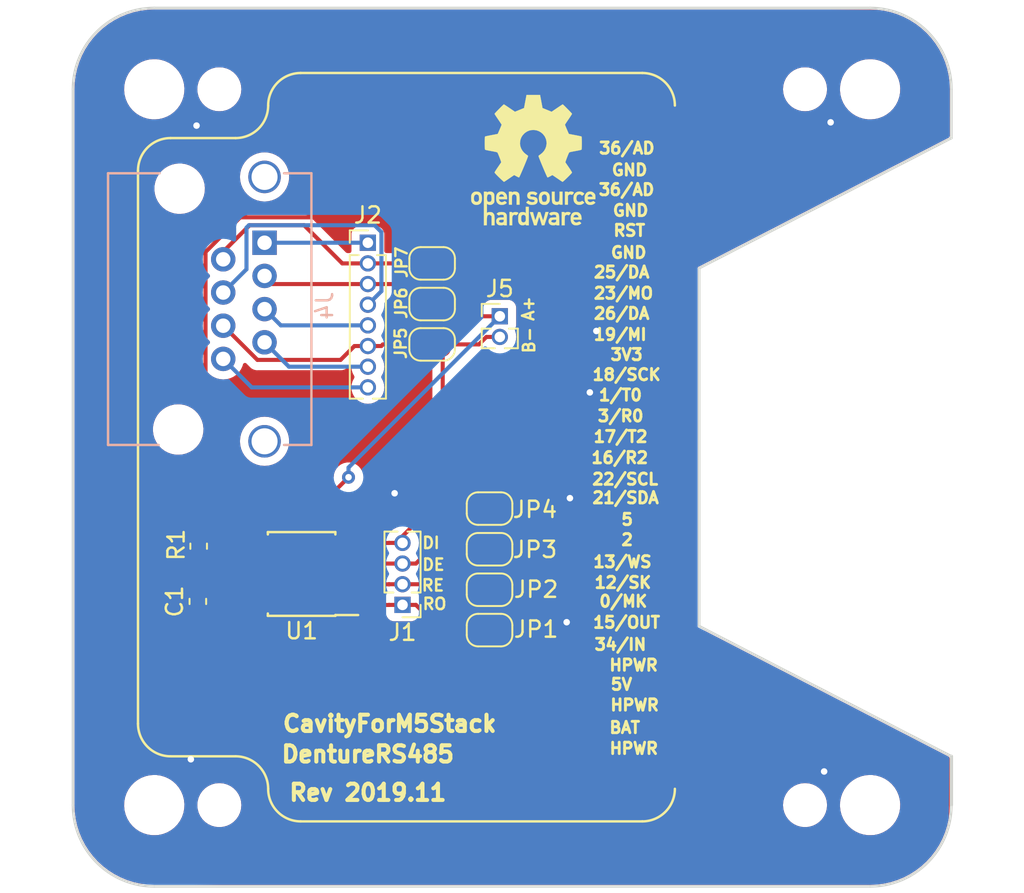
<source format=kicad_pcb>
(kicad_pcb (version 20221018) (generator pcbnew)
  (layers (0 "F.Cu" signal) (31 "B.Cu" signal) (34 "B.Paste" user) (35 "F.Paste" user) (36 "B.SilkS" user "B.Silkscreen") (37 "F.SilkS" user "F.Silkscreen") (38 "B.Mask" user) (39 "F.Mask" user) (44 "Edge.Cuts" user))
  (net 0 "")
  (net 1 "GND")
  (net 2 "+BATT")
  (net 3 "+5V")
  (net 4 "+3V3")
  (net 5 "Net-(J1-Pad1)")
  (net 6 "Net-(J1-Pad2)")
  (net 7 "Net-(J1-Pad3)")
  (net 8 "Net-(J2-Pad1)")
  (net 9 "Net-(J2-Pad2)")
  (net 10 "Net-(J2-Pad3)")
  (net 11 "Net-(J2-Pad4)")
  (net 12 "Net-(J2-Pad5)")
  (net 13 "Net-(J2-Pad6)")
  (net 14 "Net-(J2-Pad7)")
  (net 15 "Net-(J2-Pad8)")
  (net 16 "/35")
  (net 17 "/36")
  (net 18 "/RST")
  (net 19 "/25")
  (net 20 "/23")
  (net 21 "/26")
  (net 22 "/19")
  (net 23 "/18")
  (net 24 "/1")
  (net 25 "/3")
  (net 26 "/17")
  (net 27 "/16")
  (net 28 "/22")
  (net 29 "/21")
  (net 30 "/5")
  (net 31 "/2")
  (net 32 "/13")
  (net 33 "/12")
  (net 34 "/0")
  (net 35 "/15")
  (net 36 "/34")
  (net 37 "/HPWR")
  (net 38 "/A+")
  (net 39 "/B-")
  (net 40 "Net-(J1-Pad4)")
  (footprint "MountingHole:MountingHole_3.2mm_M3" (layer "F.Cu") (at 103 53)
    (fp_text reference "REF1" hide)
    (fp_text value "MountingHole_3.2mm_M3")
    (pad "" np_thru_hole circle (at 0 0) (size 3.2 3.2) (drill 3.2) (layers "*.Cu" "*.Mask"))
  )
  (footprint "MountingHole:MountingHole_3.2mm_M3" (layer "F.Cu") (at 103 97)
    (fp_text reference "REF6" hide)
    (fp_text value "MountingHole_3.2mm_M3")
    (pad "" np_thru_hole circle (at 0 0) (size 3.2 3.2) (drill 3.2) (layers "*.Cu" "*.Mask"))
  )
  (footprint "MountingHole:MountingHole_3.2mm_M3" (layer "F.Cu") (at 147 97)
    (fp_text reference "REF9" hide)
    (fp_text value "MountingHole_3.2mm_M3")
    (pad "" np_thru_hole circle (at 0 0) (size 3.2 3.2) (drill 3.2) (layers "*.Cu" "*.Mask"))
  )
  (footprint "MountingHole:MountingHole_2.2mm_M2" (layer "F.Cu") (at 107 53)
    (fp_text reference "REF2" hide)
    (fp_text value "MountingHole_2.2mm_M2")
    (pad "" np_thru_hole circle (at 0 0) (size 2.2 2.2) (drill 2.2) (layers "*.Cu" "*.Mask"))
  )
  (footprint "MountingHole:MountingHole_3.2mm_M3" (layer "F.Cu") (at 147 53)
    (fp_text reference "REF4" hide)
    (fp_text value "MountingHole_3.2mm_M3")
    (pad "" np_thru_hole circle (at 0 0) (size 3.2 3.2) (drill 3.2) (layers "*.Cu" "*.Mask"))
  )
  (footprint "MountingHole:MountingHole_2.2mm_M2" (layer "F.Cu") (at 143 53)
    (fp_text reference "REF3" hide)
    (fp_text value "MountingHole_2.2mm_M2")
    (pad "" np_thru_hole circle (at 0 0) (size 2.2 2.2) (drill 2.2) (layers "*.Cu" "*.Mask"))
  )
  (footprint "MountingHole:MountingHole_2.2mm_M2" (layer "F.Cu") (at 107 97)
    (fp_text reference "REF7" hide)
    (fp_text value "MountingHole_2.2mm_M2")
    (pad "" np_thru_hole circle (at 0 0) (size 2.2 2.2) (drill 2.2) (layers "*.Cu" "*.Mask"))
  )
  (footprint "MountingHole:MountingHole_2.2mm_M2" (layer "F.Cu") (at 143 97)
    (fp_text reference "REF8" hide)
    (fp_text value "MountingHole_2.2mm_M2")
    (pad "" np_thru_hole circle (at 0 0) (size 2.2 2.2) (drill 2.2) (layers "*.Cu" "*.Mask"))
  )
  (footprint "Symbol:OSHW-Logo_7.5x8mm_SilkScreen" (layer "F.Cu") (at 126.2888 57.3532)
    (fp_text reference "OSHWREF2" hide)
    (fp_text value "OSHW-Logo_7.5x8mm_SilkScreen" hide)
  )
  (footprint "footprints:outer_corner" (layer "F.Cu") (at 150 50)
    (fp_text reference "corner1" hide)
    (fp_text value "outer_corner")
    (fp_arc (start -3 -2) (mid 0.535534 -0.535534) (end 2 3) (stroke (width 0.15)) (layer "Edge.Cuts"))
  )
  (footprint "footprints:outer_corner" (layer "F.Cu") (at 150 100 -90)
    (fp_text reference "corner2" hide)
    (fp_text value "outer_corner")
    (fp_arc (start -3 -2) (mid 0.535534 -0.535534) (end 2 3) (stroke (width 0.15)) (layer "Edge.Cuts"))
  )
  (footprint "footprints:outer_corner" (layer "F.Cu") (at 100 50 90)
    (fp_text reference "corner3" hide)
    (fp_text value "outer_corner")
    (fp_arc (start -3 -2) (mid 0.535534 -0.535534) (end 2 3) (stroke (width 0.15)) (layer "Edge.Cuts"))
  )
  (footprint "footprints:outer_corner" (layer "F.Cu") (at 100 100 180)
    (fp_text reference "corner4" hide)
    (fp_text value "outer_corner")
    (fp_arc (start -3 -2) (mid 0.535534 -0.535534) (end 2 3) (stroke (width 0.15)) (layer "Edge.Cuts"))
  )
  (footprint "Connector_PinHeader_1.27mm:PinHeader_1x08_P1.27mm_Vertical" (layer "F.Cu") (at 116.129 62.4332)
    (fp_text reference "J2" (at 0 -1.695) (layer "F.SilkS"))
    (fp_text value "Conn_01x08")
    (pad "1" thru_hole rect (at 0 0) (size 1 1) (drill 0.65) (layers "*.Cu" "*.Mask") (net 8 "Net-(J2-Pad1)"))
    (pad "2" thru_hole oval (at 0 1.27) (size 1 1) (drill 0.65) (layers "*.Cu" "*.Mask") (net 9 "Net-(J2-Pad2)"))
    (pad "3" thru_hole oval (at 0 2.54) (size 1 1) (drill 0.65) (layers "*.Cu" "*.Mask") (net 10 "Net-(J2-Pad3)"))
    (pad "4" thru_hole oval (at 0 3.81) (size 1 1) (drill 0.65) (layers "*.Cu" "*.Mask") (net 11 "Net-(J2-Pad4)"))
    (pad "5" thru_hole oval (at 0 5.08) (size 1 1) (drill 0.65) (layers "*.Cu" "*.Mask") (net 12 "Net-(J2-Pad5)"))
    (pad "6" thru_hole oval (at 0 6.35) (size 1 1) (drill 0.65) (layers "*.Cu" "*.Mask") (net 13 "Net-(J2-Pad6)"))
    (pad "7" thru_hole oval (at 0 7.62) (size 1 1) (drill 0.65) (layers "*.Cu" "*.Mask") (net 14 "Net-(J2-Pad7)"))
    (pad "8" thru_hole oval (at 0 8.89) (size 1 1) (drill 0.65) (layers "*.Cu" "*.Mask") (net 15 "Net-(J2-Pad8)"))
  )
  (footprint "Package_SO:SOIC-8_3.9x4.9mm_P1.27mm" (layer "F.Cu") (at 112.057 82.7929 180)
    (fp_text reference "U1" (at 0 -3.5) (layer "F.SilkS"))
    (fp_text value "SP3485EN")
    (pad "1" smd rect (at -2.7 -1.905 180) (size 1.55 0.6) (layers "F.Cu" "F.Paste" "F.Mask") (net 5 "Net-(J1-Pad1)"))
    (pad "2" smd rect (at -2.7 -0.635 180) (size 1.55 0.6) (layers "F.Cu" "F.Paste" "F.Mask") (net 6 "Net-(J1-Pad2)"))
    (pad "3" smd rect (at -2.7 0.635 180) (size 1.55 0.6) (layers "F.Cu" "F.Paste" "F.Mask") (net 7 "Net-(J1-Pad3)"))
    (pad "4" smd rect (at -2.7 1.905 180) (size 1.55 0.6) (layers "F.Cu" "F.Paste" "F.Mask") (net 40 "Net-(J1-Pad4)"))
    (pad "5" smd rect (at 2.7 1.905 180) (size 1.55 0.6) (layers "F.Cu" "F.Paste" "F.Mask") (net 1 "GND"))
    (pad "6" smd rect (at 2.7 0.635 180) (size 1.55 0.6) (layers "F.Cu" "F.Paste" "F.Mask") (net 38 "/A+"))
    (pad "7" smd rect (at 2.7 -0.635 180) (size 1.55 0.6) (layers "F.Cu" "F.Paste" "F.Mask") (net 39 "/B-"))
    (pad "8" smd rect (at 2.7 -1.905 180) (size 1.55 0.6) (layers "F.Cu" "F.Paste" "F.Mask") (net 4 "+3V3"))
  )
  (footprint "Capacitor_SMD:C_0603_1608Metric" (layer "F.Cu") (at 105.679 84.4807 90)
    (fp_text reference "C1" (at 0 -1.43 90) (layer "F.SilkS"))
    (fp_text value "0.1uf")
    (pad "1" smd roundrect (at -0.7875 0 90) (size 0.875 0.95) (layers "F.Cu" "F.Paste" "F.Mask") (net 1 "GND"))
    (pad "2" smd roundrect (at 0.7875 0 90) (size 0.875 0.95) (layers "F.Cu" "F.Paste" "F.Mask") (net 4 "+3V3"))
  )
  (footprint "Resistor_SMD:R_0603_1608Metric" (layer "F.Cu") (at 105.729 81.0857 -90)
    (fp_text reference "R1" (at -0.0825 1.38 90) (layer "F.SilkS"))
    (fp_text value "220")
    (pad "1" smd roundrect (at -0.7875 0 270) (size 0.875 0.95) (layers "F.Cu" "F.Paste" "F.Mask") (net 38 "/A+"))
    (pad "2" smd roundrect (at 0.7875 0 270) (size 0.875 0.95) (layers "F.Cu" "F.Paste" "F.Mask") (net 39 "/B-"))
  )
  (footprint "Connector_PinHeader_1.27mm:PinHeader_1x02_P1.27mm_Vertical" (layer "F.Cu") (at 124.239 66.953)
    (fp_text reference "J5" (at 0 -1.695) (layer "F.SilkS"))
    (fp_text value "Conn_01x02")
    (pad "1" thru_hole rect (at 0 0) (size 1 1) (drill 0.65) (layers "*.Cu" "*.Mask") (net 38 "/A+"))
    (pad "2" thru_hole oval (at 0 1.27) (size 1 1) (drill 0.65) (layers "*.Cu" "*.Mask") (net 39 "/B-"))
  )
  (footprint "Connector_PinHeader_1.27mm:PinHeader_1x04_P1.27mm_Vertical" (layer "F.Cu") (at 118.259 84.6932 180)
    (fp_text reference "J1" (at 0 -1.695) (layer "F.SilkS"))
    (fp_text value "Conn_01x04")
    (pad "1" thru_hole rect (at 0 0 180) (size 1 1) (drill 0.65) (layers "*.Cu" "*.Mask") (net 5 "Net-(J1-Pad1)"))
    (pad "2" thru_hole oval (at 0 1.27 180) (size 1 1) (drill 0.65) (layers "*.Cu" "*.Mask") (net 6 "Net-(J1-Pad2)"))
    (pad "3" thru_hole oval (at 0 2.54 180) (size 1 1) (drill 0.65) (layers "*.Cu" "*.Mask") (net 7 "Net-(J1-Pad3)"))
    (pad "4" thru_hole oval (at 0 3.81 180) (size 1 1) (drill 0.65) (layers "*.Cu" "*.Mask") (net 40 "Net-(J1-Pad4)"))
  )
  (footprint "Jumper:SolderJumper-2_P1.3mm_Bridged_RoundedPad1.0x1.5mm" (layer "F.Cu") (at 123.609 86.2432)
    (fp_text reference "JP1" (at 2.86 -0.05) (layer "F.SilkS"))
    (fp_text value "Jumper")
    (pad "1" smd custom (at -0.65 0) (size 1 0.5) (layers "F.Cu" "F.Mask") (net 5 "Net-(J1-Pad1)") (options (clearance outline) (anchor rect)) (primitives (gr_circle (center 0 0.25) (end 0.5 0.25) (width 0) (fill yes)) (gr_circle (center 0 -0.25) (end 0.5 -0.25) (width 0) (fill yes)) (gr_poly (pts (xy 0 -0.75) (xy 0.5 -0.75) (xy 0.5 0.75) (xy 0 0.75)) (width 0) (fill yes)) (gr_poly (pts (xy 0.9 -0.3) (xy 0.4 -0.3) (xy 0.4 0.3) (xy 0.9 0.3)) (width 0) (fill yes))))
    (pad "2" smd custom (at 0.65 0) (size 1 0.5) (layers "F.Cu" "F.Mask") (net 27 "/16") (options (clearance outline) (anchor rect)) (primitives (gr_circle (center 0 0.25) (end 0.5 0.25) (width 0) (fill yes)) (gr_circle (center 0 -0.25) (end 0.5 -0.25) (width 0) (fill yes)) (gr_poly (pts (xy 0 -0.75) (xy -0.5 -0.75) (xy -0.5 0.75) (xy 0 0.75)) (width 0) (fill yes))))
  )
  (footprint "Jumper:SolderJumper-2_P1.3mm_Bridged_RoundedPad1.0x1.5mm" (layer "F.Cu") (at 123.609 83.7632)
    (fp_text reference "JP2" (at 2.86 -0.02) (layer "F.SilkS"))
    (fp_text value "Jumper")
    (pad "1" smd custom (at -0.65 0) (size 1 0.5) (layers "F.Cu" "F.Mask") (net 6 "Net-(J1-Pad2)") (options (clearance outline) (anchor rect)) (primitives (gr_circle (center 0 0.25) (end 0.5 0.25) (width 0) (fill yes)) (gr_circle (center 0 -0.25) (end 0.5 -0.25) (width 0) (fill yes)) (gr_poly (pts (xy 0 -0.75) (xy 0.5 -0.75) (xy 0.5 0.75) (xy 0 0.75)) (width 0) (fill yes)) (gr_poly (pts (xy 0.9 -0.3) (xy 0.4 -0.3) (xy 0.4 0.3) (xy 0.9 0.3)) (width 0) (fill yes))))
    (pad "2" smd custom (at 0.65 0) (size 1 0.5) (layers "F.Cu" "F.Mask") (net 30 "/5") (options (clearance outline) (anchor rect)) (primitives (gr_circle (center 0 0.25) (end 0.5 0.25) (width 0) (fill yes)) (gr_circle (center 0 -0.25) (end 0.5 -0.25) (width 0) (fill yes)) (gr_poly (pts (xy 0 -0.75) (xy -0.5 -0.75) (xy -0.5 0.75) (xy 0 0.75)) (width 0) (fill yes))))
  )
  (footprint "Jumper:SolderJumper-2_P1.3mm_Bridged_RoundedPad1.0x1.5mm" (layer "F.Cu") (at 123.609 81.2732)
    (fp_text reference "JP3" (at 2.79 0.02) (layer "F.SilkS"))
    (fp_text value "Jumper")
    (pad "1" smd custom (at -0.65 0) (size 1 0.5) (layers "F.Cu" "F.Mask") (net 7 "Net-(J1-Pad3)") (options (clearance outline) (anchor rect)) (primitives (gr_circle (center 0 0.25) (end 0.5 0.25) (width 0) (fill yes)) (gr_circle (center 0 -0.25) (end 0.5 -0.25) (width 0) (fill yes)) (gr_poly (pts (xy 0 -0.75) (xy 0.5 -0.75) (xy 0.5 0.75) (xy 0 0.75)) (width 0) (fill yes)) (gr_poly (pts (xy 0.9 -0.3) (xy 0.4 -0.3) (xy 0.4 0.3) (xy 0.9 0.3)) (width 0) (fill yes))))
    (pad "2" smd custom (at 0.65 0) (size 1 0.5) (layers "F.Cu" "F.Mask") (net 30 "/5") (options (clearance outline) (anchor rect)) (primitives (gr_circle (center 0 0.25) (end 0.5 0.25) (width 0) (fill yes)) (gr_circle (center 0 -0.25) (end 0.5 -0.25) (width 0) (fill yes)) (gr_poly (pts (xy 0 -0.75) (xy -0.5 -0.75) (xy -0.5 0.75) (xy 0 0.75)) (width 0) (fill yes))))
  )
  (footprint "Jumper:SolderJumper-2_P1.3mm_Bridged_RoundedPad1.0x1.5mm" (layer "F.Cu") (at 123.609 78.7732)
    (fp_text reference "JP4" (at 2.79 0.06) (layer "F.SilkS"))
    (fp_text value "Jumper")
    (pad "1" smd custom (at -0.65 0) (size 1 0.5) (layers "F.Cu" "F.Mask") (net 40 "Net-(J1-Pad4)") (options (clearance outline) (anchor rect)) (primitives (gr_circle (center 0 0.25) (end 0.5 0.25) (width 0) (fill yes)) (gr_circle (center 0 -0.25) (end 0.5 -0.25) (width 0) (fill yes)) (gr_poly (pts (xy 0 -0.75) (xy 0.5 -0.75) (xy 0.5 0.75) (xy 0 0.75)) (width 0) (fill yes)) (gr_poly (pts (xy 0.9 -0.3) (xy 0.4 -0.3) (xy 0.4 0.3) (xy 0.9 0.3)) (width 0) (fill yes))))
    (pad "2" smd custom (at 0.65 0) (size 1 0.5) (layers "F.Cu" "F.Mask") (net 26 "/17") (options (clearance outline) (anchor rect)) (primitives (gr_circle (center 0 0.25) (end 0.5 0.25) (width 0) (fill yes)) (gr_circle (center 0 -0.25) (end 0.5 -0.25) (width 0) (fill yes)) (gr_poly (pts (xy 0 -0.75) (xy -0.5 -0.75) (xy -0.5 0.75) (xy 0 0.75)) (width 0) (fill yes))))
  )
  (footprint "Jumper:SolderJumper-2_P1.3mm_Bridged_RoundedPad1.0x1.5mm" (layer "F.Cu") (at 120.079 68.683)
    (fp_text reference "JP5" (at -1.93 -0.07 -90) (layer "F.SilkS") (effects (font (size 0.7 0.7))))
    (fp_text value "Jumper")
    (pad "1" smd custom (at -0.65 0) (size 1 0.5) (layers "F.Cu" "F.Mask") (net 13 "Net-(J2-Pad6)") (options (clearance outline) (anchor rect)) (primitives (gr_circle (center 0 0.25) (end 0.5 0.25) (width 0) (fill yes)) (gr_circle (center 0 -0.25) (end 0.5 -0.25) (width 0) (fill yes)) (gr_poly (pts (xy 0 -0.75) (xy 0.5 -0.75) (xy 0.5 0.75) (xy 0 0.75)) (width 0) (fill yes)) (gr_poly (pts (xy 0.9 -0.3) (xy 0.4 -0.3) (xy 0.4 0.3) (xy 0.9 0.3)) (width 0) (fill yes))))
    (pad "2" smd custom (at 0.65 0) (size 1 0.5) (layers "F.Cu" "F.Mask") (net 39 "/B-") (options (clearance outline) (anchor rect)) (primitives (gr_circle (center 0 0.25) (end 0.5 0.25) (width 0) (fill yes)) (gr_circle (center 0 -0.25) (end 0.5 -0.25) (width 0) (fill yes)) (gr_poly (pts (xy 0 -0.75) (xy -0.5 -0.75) (xy -0.5 0.75) (xy 0 0.75)) (width 0) (fill yes))))
  )
  (footprint "Jumper:SolderJumper-2_P1.3mm_Bridged_RoundedPad1.0x1.5mm" (layer "F.Cu") (at 120.079 66.203)
    (fp_text reference "JP6" (at -1.9 -0.06 -90) (layer "F.SilkS") (effects (font (size 0.7 0.7))))
    (fp_text value "Jumper")
    (pad "1" smd custom (at -0.65 0) (size 1 0.5) (layers "F.Cu" "F.Mask") (net 10 "Net-(J2-Pad3)") (options (clearance outline) (anchor rect)) (primitives (gr_circle (center 0 0.25) (end 0.5 0.25) (width 0) (fill yes)) (gr_circle (center 0 -0.25) (end 0.5 -0.25) (width 0) (fill yes)) (gr_poly (pts (xy 0 -0.75) (xy 0.5 -0.75) (xy 0.5 0.75) (xy 0 0.75)) (width 0) (fill yes)) (gr_poly (pts (xy 0.9 -0.3) (xy 0.4 -0.3) (xy 0.4 0.3) (xy 0.9 0.3)) (width 0) (fill yes))))
    (pad "2" smd custom (at 0.65 0) (size 1 0.5) (layers "F.Cu" "F.Mask") (net 38 "/A+") (options (clearance outline) (anchor rect)) (primitives (gr_circle (center 0 0.25) (end 0.5 0.25) (width 0) (fill yes)) (gr_circle (center 0 -0.25) (end 0.5 -0.25) (width 0) (fill yes)) (gr_poly (pts (xy 0 -0.75) (xy -0.5 -0.75) (xy -0.5 0.75) (xy 0 0.75)) (width 0) (fill yes))))
  )
  (footprint "footprints:Pads_1x30_P1.27mm_Vertical" (layer "F.Cu") (at 135 56.585)
    (fp_text reference "J3" hide)
    (fp_text value "free_holes")
    (pad "1" connect oval (at 0 0) (size 1.4 0.7) (layers "F.Cu" "F.Mask") (net 16 "/35"))
    (pad "2" connect oval (at 0 1.27) (size 1.4 0.7) (layers "F.Cu" "F.Mask") (net 1 "GND"))
    (pad "3" connect oval (at 0 2.54) (size 1.4 0.7) (layers "F.Cu" "F.Mask") (net 17 "/36"))
    (pad "4" connect oval (at 0 3.81) (size 1.4 0.7) (layers "F.Cu" "F.Mask") (net 1 "GND"))
    (pad "5" connect oval (at 0 5.08) (size 1.4 0.7) (layers "F.Cu" "F.Mask") (net 18 "/RST"))
    (pad "6" connect oval (at 0 6.35) (size 1.4 0.7) (layers "F.Cu" "F.Mask") (net 1 "GND"))
    (pad "7" connect oval (at 0 7.62) (size 1.4 0.7) (layers "F.Cu" "F.Mask") (net 19 "/25"))
    (pad "8" connect oval (at 0 8.89) (size 1.4 0.7) (layers "F.Cu" "F.Mask") (net 20 "/23"))
    (pad "9" connect oval (at 0 10.16) (size 1.4 0.7) (layers "F.Cu" "F.Mask") (net 21 "/26"))
    (pad "10" connect oval (at 0 11.43) (size 1.4 0.7) (layers "F.Cu" "F.Mask") (net 22 "/19"))
    (pad "11" connect oval (at 0 12.7) (size 1.4 0.7) (layers "F.Cu" "F.Mask") (net 4 "+3V3"))
    (pad "12" connect oval (at 0 13.97) (size 1.4 0.7) (layers "F.Cu" "F.Mask") (net 23 "/18"))
    (pad "13" connect oval (at 0 15.24) (size 1.4 0.7) (layers "F.Cu" "F.Mask") (net 24 "/1"))
    (pad "14" connect oval (at 0 16.51) (size 1.4 0.7) (layers "F.Cu" "F.Mask") (net 25 "/3"))
    (pad "15" connect oval (at 0 17.78) (size 1.4 0.7) (layers "F.Cu" "F.Mask") (net 26 "/17"))
    (pad "16" connect oval (at 0 19.05) (size 1.4 0.7) (layers "F.Cu" "F.Mask") (net 27 "/16"))
    (pad "17" connect oval (at 0 20.32) (size 1.4 0.7) (layers "F.Cu" "F.Mask") (net 28 "/22"))
    (pad "18" connect oval (at 0 21.59) (size 1.4 0.7) (layers "F.Cu" "F.Mask") (net 29 "/21"))
    (pad "19" connect oval (at 0 22.86) (size 1.4 0.7) (layers "F.Cu" "F.Mask") (net 30 "/5"))
    (pad "20" connect oval (at 0 24.13) (size 1.4 0.7) (layers "F.Cu" "F.Mask") (net 31 "/2"))
    (pad "21" connect oval (at 0 25.4) (size 1.4 0.7) (layers "F.Cu" "F.Mask") (net 32 "/13"))
    (pad "22" connect oval (at 0 26.67) (size 1.4 0.7) (layers "F.Cu" "F.Mask") (net 33 "/12"))
    (pad "23" connect oval (at 0 27.94) (size 1.4 0.7) (layers "F.Cu" "F.Mask") (net 34 "/0"))
    (pad "24" connect oval (at 0 29.21) (size 1.4 0.7) (layers "F.Cu" "F.Mask") (net 35 "/15"))
    (pad "25" connect oval (at 0 30.48) (size 1.4 0.7) (layers "F.Cu" "F.Mask") (net 36 "/34"))
    (pad "26" connect oval (at 0 31.75) (size 1.4 0.7) (layers "F.Cu" "F.Mask") (net 37 "/HPWR"))
    (pad "27" connect oval (at 0 33.02) (size 1.4 0.7) (layers "F.Cu" "F.Mask") (net 3 "+5V"))
    (pad "28" connect oval (at 0 34.29) (size 1.4 0.7) (layers "F.Cu" "F.Mask") (net 37 "/HPWR"))
    (pad "29" connect oval (at 0 35.56) (size 1.4 0.7) (layers "F.Cu" "F.Mask") (net 2 "+BATT"))
    (pad "30" connect oval (at 0 36.83) (size 1.4 0.7) (layers "F.Cu" "F.Mask") (net 37 "/HPWR"))
  )
  (footprint "Jumper:SolderJumper-2_P1.3mm_Bridged_RoundedPad1.0x1.5mm" (layer "F.Cu") (at 120.079 63.703)
    (fp_text reference "JP7" (at -1.88 -0.07 -90) (layer "F.SilkS") (effects (font (size 0.7 0.7))))
    (fp_text value "Jumper")
    (pad "1" smd custom (at -0.65 0) (size 1 0.5) (layers "F.Cu" "F.Mask") (net 9 "Net-(J2-Pad2)") (options (clearance outline) (anchor rect)) (primitives (gr_circle (center 0 0.25) (end 0.5 0.25) (width 0) (fill yes)) (gr_circle (center 0 -0.25) (end 0.5 -0.25) (width 0) (fill yes)) (gr_poly (pts (xy 0 -0.75) (xy 0.5 -0.75) (xy 0.5 0.75) (xy 0 0.75)) (width 0) (fill yes)) (gr_poly (pts (xy 0.9 -0.3) (xy 0.4 -0.3) (xy 0.4 0.3) (xy 0.9 0.3)) (width 0) (fill yes))))
    (pad "2" smd custom (at 0.65 0) (size 1 0.5) (layers "F.Cu" "F.Mask") (net 1 "GND") (options (clearance outline) (anchor rect)) (primitives (gr_circle (center 0 0.25) (end 0.5 0.25) (width 0) (fill yes)) (gr_circle (center 0 -0.25) (end 0.5 -0.25) (width 0) (fill yes)) (gr_poly (pts (xy 0 -0.75) (xy -0.5 -0.75) (xy -0.5 0.75) (xy 0 0.75)) (width 0) (fill yes))))
  )
  (footprint "my-kicad-footprints:LAN_RJ45_Neltron_Industrial_7810-8P8C" (layer "B.Cu") (at 109.779 62.4332 90)
    (fp_text reference "J4" (at -3.8735 3.6957 90) (layer "B.SilkS") (effects (justify mirror)))
    (fp_text value "Conn_01x08")
    (pad "" thru_hole circle (at -12.205 0 90) (size 2 2) (drill 1.6) (layers "*.Cu" "*.Mask"))
    (pad "" np_thru_hole circle (at -11.48 -5.3086 90) (size 2.6 2.6) (drill 2.6) (layers "*.Cu" "*.Mask"))
    (pad "" np_thru_hole circle (at 3.32 -5.2197 90) (size 2.6 2.6) (drill 2.6) (layers "*.Cu" "*.Mask"))
    (pad "" thru_hole circle (at 4.045 0 90) (size 2 2) (drill 1.6) (layers "*.Cu" "*.Mask"))
    (pad "1" thru_hole rect (at 0 0 90) (size 1.5 1.5) (drill 0.89) (layers "*.Cu" "*.Mask") (net 8 "Net-(J2-Pad1)"))
    (pad "2" thru_hole circle (at -1.02 -2.54 90) (size 1.5 1.5) (drill 0.89) (layers "*.Cu" "*.Mask") (net 9 "Net-(J2-Pad2)"))
    (pad "3" thru_hole circle (at -2.04 0 90) (size 1.5 1.5) (drill 0.89) (layers "*.Cu" "*.Mask") (net 10 "Net-(J2-Pad3)"))
    (pad "4" thru_hole circle (at -3.06 -2.54 90) (size 1.5 1.5) (drill 0.89) (layers "*.Cu" "*.Mask") (net 11 "Net-(J2-Pad4)"))
    (pad "5" thru_hole circle (at -4.08 0 90) (size 1.5 1.5) (drill 0.89) (layers "*.Cu" "*.Mask") (net 12 "Net-(J2-Pad5)"))
    (pad "6" thru_hole circle (at -5.1 -2.54 90) (size 1.5 1.5) (drill 0.89) (layers "*.Cu" "*.Mask") (net 13 "Net-(J2-Pad6)"))
    (pad "7" thru_hole circle (at -6.12 0 90) (size 1.5 1.5) (drill 0.89) (layers "*.Cu" "*.Mask") (net 14 "Net-(J2-Pad7)"))
    (pad "8" thru_hole circle (at -7.14 -2.54 90) (size 1.5 1.5) (drill 0.89) (layers "*.Cu" "*.Mask") (net 15 "Net-(J2-Pad8)"))
  )
  (gr_arc (start 108 94) (mid 109.414214 94.585786) (end 110 96) (stroke (width 0.15)) (layer "F.SilkS"))
  (gr_arc (start 102 58) (mid 102.585786 56.585786) (end 104 56) (stroke (width 0.15)) (layer "F.SilkS"))
  (gr_arc (start 112 98) (mid 110.585786 97.414214) (end 110 96) (stroke (width 0.15)) (layer "F.SilkS"))
  (gr_arc (start 110 54) (mid 110.585786 52.585786) (end 112 52) (stroke (width 0.15)) (layer "F.SilkS"))
  (gr_line (start 104 94) (end 108 94) (stroke (width 0.15)) (layer "F.SilkS"))
  (gr_arc (start 133 52) (mid 134.414214 52.585786) (end 135 54) (stroke (width 0.15)) (layer "F.SilkS"))
  (gr_arc (start 104 94) (mid 102.585786 93.414214) (end 102 92) (stroke (width 0.15)) (layer "F.SilkS"))
  (gr_line (start 112 98) (end 133 98) (stroke (width 0.15)) (layer "F.SilkS"))
  (gr_line (start 108 56) (end 104 56) (stroke (width 0.15)) (layer "F.SilkS"))
  (gr_line (start 102 58) (end 102 92) (stroke (width 0.15)) (layer "F.SilkS"))
  (gr_arc (start 135 96) (mid 134.414214 97.414214) (end 133 98) (stroke (width 0.15)) (layer "F.SilkS"))
  (gr_arc (start 110 54) (mid 109.414214 55.414214) (end 108 56) (stroke (width 0.15)) (layer "F.SilkS"))
  (gr_line (start 133 52) (end 112 52) (stroke (width 0.15)) (layer "F.SilkS"))
  (gr_line (start 152 94) (end 152 97) (stroke (width 0.2)) (layer "Edge.Cuts"))
  (gr_line (start 152 53) (end 152 56) (stroke (width 0.15)) (layer "Edge.Cuts"))
  (gr_line (start 136.5 86) (end 152 94) (stroke (width 0.15)) (layer "Edge.Cuts"))
  (gr_line (start 136.5 64) (end 136.5 86) (stroke (width 0.15)) (layer "Edge.Cuts"))
  (gr_line (start 98 97) (end 98 53) (stroke (width 0.15)) (layer "Edge.Cuts"))
  (gr_line (start 103 48) (end 147 48) (stroke (width 0.15)) (layer "Edge.Cuts"))
  (gr_line (start 152 56) (end 136.5 64) (stroke (width 0.15)) (layer "Edge.Cuts"))
  (gr_line (start 147 102) (end 103 102) (stroke (width 0.15)) (layer "Edge.Cuts"))
  (gr_text "22/SCL" (at 131.9439 76.9701) (layer "F.SilkS") (effects (font (size 0.7 0.7) (thickness 0.175))))
  (gr_text "17/T2" (at 131.6645 74.3539) (layer "F.SilkS") (effects (font (size 0.7 0.7) (thickness 0.175))))
  (gr_text "36/AD" (at 132.0488 56.6232) (layer "F.SilkS") (effects (font (size 0.7 0.7) (thickness 0.175))))
  (gr_text "1/T0" (at 131.6518 71.8012) (layer "F.SilkS") (effects (font (size 0.7 0.7) (thickness 0.175))))
  (gr_text "25/DA" (at 131.728 64.2447) (layer "F.SilkS") (effects (font (size 0.7 0.7) (thickness 0.175))))
  (gr_text "13/WS" (at 131.7788 82.0501) (layer "F.SilkS") (effects (font (size 0.7 0.7) (thickness 0.175))))
  (gr_text "34/IN" (at 131.6518 87.1301) (layer "F.SilkS") (effects (font (size 0.7 0.7) (thickness 0.175))))
  (gr_text "CavityForM5Stack" (at 117.4688 91.9932) (layer "F.SilkS") (effects (font (size 1 1) (thickness 0.25))))
  (gr_text "3/R0" (at 131.6645 73.0839) (layer "F.SilkS") (effects (font (size 0.7 0.7) (thickness 0.175))))
  (gr_text "21/SDA" (at 131.9693 78.1131) (layer "F.SilkS") (effects (font (size 0.7 0.7) (thickness 0.175))))
  (gr_text "12/SK" (at 131.8042 83.3201) (layer "F.SilkS") (effects (font (size 0.7 0.7) (thickness 0.175))))
  (gr_text "3V3" (at 132.0328 69.312) (layer "F.SilkS") (effects (font (size 0.7 0.7) (thickness 0.175))))
  (gr_text "GND" (at 132.2152 57.962) (layer "F.SilkS") (effects (font (size 0.7 0.7) (thickness 0.175))))
  (gr_text "GND" (at 132.1598 63.0382) (layer "F.SilkS") (effects (font (size 0.7 0.7) (thickness 0.175))))
  (gr_text "RST" (at 132.1988 61.6832) (layer "F.SilkS") (effects (font (size 0.7 0.7) (thickness 0.175))))
  (gr_text "5V" (at 131.7153 89.5812) (layer "F.SilkS") (effects (font (size 0.7 0.7) (thickness 0.175))))
  (gr_text "BAT" (at 131.9185 92.2355) (layer "F.SilkS") (effects (font (size 0.7 0.7) (thickness 0.175))))
  (gr_text "5" (at 132.0675 79.4474) (layer "F.SilkS") (effects (font (size 0.7 0.7) (thickness 0.175))))
  (gr_text "2" (at 132.0675 80.692) (layer "F.SilkS") (effects (font (size 0.7 0.7) (thickness 0.175))))
  (gr_text "HPWR" (at 132.4646 88.4001) (layer "F.SilkS") (effects (font (size 0.7 0.7) (thickness 0.175))))
  (gr_text "HPWR" (at 132.5281 90.8512) (layer "F.SilkS") (effects (font (size 0.7 0.7) (thickness 0.175))))
  (gr_text "HPWR" (at 132.4773 93.5182) (layer "F.SilkS") (effects (font (size 0.7 0.7) (thickness 0.175))))
  (gr_text "RO" (at 120.2288 84.6332) (layer "F.SilkS") (effects (font (size 0.7 0.7))))
  (gr_text "DE" (at 120.1588 82.2232) (layer "F.SilkS") (effects (font (size 0.7 0.7))))
  (gr_text "23/MO" (at 131.8423 65.5401) (layer "F.SilkS") (effects (font (size 0.7 0.7) (thickness 0.175))))
  (gr_text "RE" (at 120.1288 83.4932) (layer "F.SilkS") (effects (font (size 0.7 0.7))))
  (gr_text "A+" (at 125.9888 66.4832 90) (layer "F.SilkS") (effects (font (size 0.7 0.7))))
  (gr_text "Rev 2019.11\n" (at 116.1288 96.2332) (layer "F.SilkS") (effects (font (size 1 1) (thickness 0.25))))
  (gr_text "16/R2" (at 131.6137 75.6493) (layer "F.SilkS") (effects (font (size 0.7 0.7) (thickness 0.175))))
  (gr_text "15/OUT" (at 132.0328 85.7712) (layer "F.SilkS") (effects (font (size 0.7 0.7) (thickness 0.175))))
  (gr_text "18/SCK" (at 132.0328 70.5439) (layer "F.SilkS") (effects (font (size 0.7 0.7) (thickness 0.175))))
  (gr_text "26/DA" (at 131.728 66.7847) (layer "F.SilkS") (effects (font (size 0.7 0.7) (thickness 0.175))))
  (gr_text "0/MK" (at 131.8296 84.4758) (layer "F.SilkS") (effects (font (size 0.7 0.7) (thickness 0.175))))
  (gr_text "GND" (at 132.2788 60.4532) (layer "F.SilkS") (effects (font (size 0.7 0.7) (thickness 0.175))))
  (gr_text "19/MI" (at 131.6391 68.0801) (layer "F.SilkS") (effects (font (size 0.7 0.7) (thickness 0.175))))
  (gr_text "DI" (at 120.0088 80.8832) (layer "F.SilkS") (effects (font (size 0.7 0.7))))
  (gr_text "36/AD" (at 132.0288 59.1732) (layer "F.SilkS") (effects (font (size 0.7 0.7) (thickness 0.175))))
  (gr_text "DentureRS485" (at 116.1288 93.8732) (layer "F.SilkS") (effects (font (size 1 1) (thickness 0.25))))
  (gr_text "B-" (at 126.0388 68.4232 90) (layer "F.SilkS") (effects (font (size 0.7 0.7))))
  (segment (start 120.969 63.463) (end 118.3782 60.8722) (width 0.25) (layer "F.Cu") (net 1))
  (segment (start 123.9738 71.6332) (end 117.7738 77.8332) (width 0.25) (layer "F.Cu") (net 1))
  (segment (start 108.2807 60.8722) (end 106.1507 63.0022) (width 0.25) (layer "F.Cu") (net 1))
  (segment (start 129.7738 71.6332) (end 123.9738 71.6332) (width 0.25) (layer "F.Cu") (net 1))
  (segment (start 133.9747 62.935) (end 121.497 62.935) (width 0.25) (layer "F.Cu") (net 1))
  (segment (start 105.134602 56.6332) (end 102.9238 56.6332) (width 0.25) (layer "F.Cu") (net 1))
  (segment (start 106.3889 79.0201) (end 108.2567 80.8879) (width 0.25) (layer "F.Cu") (net 1))
  (segment (start 104.6238 94.1832) (end 105.2488 94.1832) (width 0.25) (layer "F.Cu") (net 1))
  (segment (start 120.969 63.463) (end 120.729 63.703) (width 0.25) (layer "F.Cu") (net 1))
  (segment (start 104.8265 79.9088) (end 105.7152 79.0201) (width 0.25) (layer "F.Cu") (net 1))
  (segment (start 134.65 62.935) (end 130.1738 67.4112) (width 0.25) (layer "F.Cu") (net 1))
  (segment (start 101.074999 90.634399) (end 104.6238 94.1832) (width 0.25) (layer "F.Cu") (net 1))
  (segment (start 105.5988 55.2332) (end 105.5988 56.169002) (width 0.25) (layer "F.Cu") (net 1))
  (segment (start 135 57.855) (end 133.9747 57.855) (width 0.25) (layer "F.Cu") (net 1))
  (segment (start 106.1507 63.0022) (end 106.1507 79.0201) (width 0.25) (layer "F.Cu") (net 1))
  (segment (start 130.1738 67.4112) (end 130.1738 67.726592) (width 0.25) (layer "F.Cu") (net 1))
  (segment (start 135 62.935) (end 134.65 62.935) (width 0.25) (layer "F.Cu") (net 1))
  (segment (start 102.9238 56.6332) (end 101.074999 58.482001) (width 0.25) (layer "F.Cu") (net 1))
  (segment (start 118.3782 60.8722) (end 108.2807 60.8722) (width 0.25) (layer "F.Cu") (net 1))
  (segment (start 101.074999 58.482001) (end 101.074999 90.634399) (width 0.25) (layer "F.Cu") (net 1))
  (segment (start 105.5988 56.169002) (end 105.134602 56.6332) (width 0.25) (layer "F.Cu") (net 1))
  (segment (start 135 57.855) (end 141.752 57.855) (width 0.25) (layer "F.Cu") (net 1))
  (segment (start 106.1507 79.0201) (end 106.3889 79.0201) (width 0.25) (layer "F.Cu") (net 1))
  (segment (start 133.9747 62.935) (end 133.9747 60.395) (width 0.25) (layer "F.Cu") (net 1))
  (segment (start 121.497 62.935) (end 120.969 63.463) (width 0.25) (layer "F.Cu") (net 1))
  (segment (start 141.752 57.855) (end 144.5738 55.0332) (width 0.25) (layer "F.Cu") (net 1))
  (segment (start 130.1738 67.726592) (end 130.1738 67.8582) (width 0.25) (layer "F.Cu") (net 1))
  (segment (start 105.679 85.2682) (end 104.8265 84.4157) (width 0.25) (layer "F.Cu") (net 1))
  (segment (start 104.8265 84.4157) (end 104.8265 79.9088) (width 0.25) (layer "F.Cu") (net 1))
  (segment (start 135 60.395) (end 133.9747 60.395) (width 0.25) (layer "F.Cu") (net 1))
  (segment (start 109.357 80.8879) (end 108.2567 80.8879) (width 0.25) (layer "F.Cu") (net 1))
  (segment (start 105.7152 79.0201) (end 106.1507 79.0201) (width 0.25) (layer "F.Cu") (net 1))
  (segment (start 133.9747 60.395) (end 133.9747 57.855) (width 0.25) (layer "F.Cu") (net 1))
  (segment (start 135 62.935) (end 134.0873 62.935) (width 0.25) (layer "F.Cu") (net 1))
  (segment (start 134.0873 62.935) (end 133.9747 62.935) (width 0.25) (layer "F.Cu") (net 1))
  (via (at 144.1738 94.9332) (size 0.8) (drill 0.4) (layers "F.Cu" "B.Cu") (net 1))
  (via (at 105.2488 94.1832) (size 0.8) (drill 0.4) (layers "F.Cu" "B.Cu") (net 1))
  (via (at 144.5738 55.0332) (size 0.8) (drill 0.4) (layers "F.Cu" "B.Cu") (net 1))
  (via (at 117.7738 77.8332) (size 0.8) (drill 0.4) (layers "F.Cu" "B.Cu") (net 1))
  (via (at 130.1738 67.8582) (size 0.8) (drill 0.4) (layers "F.Cu" "B.Cu") (net 1))
  (via (at 105.5988 55.2332) (size 0.8) (drill 0.4) (layers "F.Cu" "B.Cu") (net 1))
  (via (at 128.3488 85.7582) (size 0.8) (drill 0.4) (layers "F.Cu" "B.Cu") (net 1))
  (via (at 128.5488 78.1332) (size 0.8) (drill 0.4) (layers "F.Cu" "B.Cu") (net 1))
  (via (at 129.7738 71.6332) (size 0.8) (drill 0.4) (layers "F.Cu" "B.Cu") (net 1))
  (segment (start 129.7738 96.2582) (end 138.5238 96.2582) (width 0.25) (layer "B.Cu") (net 1))
  (segment (start 105.2488 94.1832) (end 127.6988 94.1832) (width 0.25) (layer "B.Cu") (net 1))
  (segment (start 128.2488 77.8332) (end 128.5488 78.1332) (width 0.25) (layer "B.Cu") (net 1))
  (segment (start 137.3988 54.6832) (end 110.0488 54.6832) (width 0.25) (layer "B.Cu") (net 1))
  (segment (start 109.4988 55.2332) (end 105.5988 55.2332) (width 0.25) (layer "B.Cu") (net 1))
  (segment (start 139.8488 94.9332) (end 144.1738 94.9332) (width 0.25) (layer "B.Cu") (net 1))
  (segment (start 127.6988 94.1832) (end 129.7738 96.2582) (width 0.25) (layer "B.Cu") (net 1))
  (segment (start 137.7488 55.0332) (end 137.3988 54.6832) (width 0.25) (layer "B.Cu") (net 1))
  (segment (start 138.5238 96.2582) (end 139.8488 94.9332) (width 0.25) (layer "B.Cu") (net 1))
  (segment (start 117.7738 77.8332) (end 128.2488 77.8332) (width 0.25) (layer "B.Cu") (net 1))
  (segment (start 130.1738 71.2332) (end 129.7738 71.6332) (width 0.25) (layer "B.Cu") (net 1))
  (segment (start 144.5738 55.0332) (end 137.7488 55.0332) (width 0.25) (layer "B.Cu") (net 1))
  (segment (start 128.5488 78.1332) (end 128.5488 85.5582) (width 0.25) (layer "B.Cu") (net 1))
  (segment (start 110.0488 54.6832) (end 109.4988 55.2332) (width 0.25) (layer "B.Cu") (net 1))
  (segment (start 128.5488 85.5582) (end 128.3488 85.7582) (width 0.25) (layer "B.Cu") (net 1))
  (segment (start 130.1738 67.8582) (end 130.1738 71.2332) (width 0.25) (layer "B.Cu") (net 1))
  (segment (start 111.496 83.6592) (end 110.4573 84.6979) (width 0.25) (layer "F.Cu") (net 4))
  (segment (start 111.496 82.5551) (end 111.496 83.6592) (width 0.25) (layer "F.Cu") (net 4))
  (segment (start 106.6837 84.6979) (end 109.357 84.6979) (width 0.25) (layer "F.Cu") (net 4))
  (segment (start 124.7661 69.285) (end 111.496 82.5551) (width 0.25) (layer "F.Cu") (net 4))
  (segment (start 135 69.285) (end 124.7661 69.285) (width 0.25) (layer "F.Cu") (net 4))
  (segment (start 109.357 84.6979) (end 110.4573 84.6979) (width 0.25) (layer "F.Cu") (net 4))
  (segment (start 105.679 83.6932) (end 106.6837 84.6979) (width 0.25) (layer "F.Cu") (net 4))
  (segment (start 120.6343 86.2432) (end 119.0843 84.6932) (width 0.25) (layer "F.Cu") (net 5))
  (segment (start 118.259 84.6932) (end 119.0843 84.6932) (width 0.25) (layer "F.Cu") (net 5))
  (segment (start 114.757 84.6979) (end 117.429 84.6979) (width 0.25) (layer "F.Cu") (net 5))
  (segment (start 122.959 86.2432) (end 120.6343 86.2432) (width 0.25) (layer "F.Cu") (net 5))
  (segment (start 117.429 84.6979) (end 117.4337 84.6932) (width 0.25) (layer "F.Cu") (net 5))
  (segment (start 118.259 84.6932) (end 117.4337 84.6932) (width 0.25) (layer "F.Cu") (net 5))
  (segment (start 122.619 83.4232) (end 122.959 83.7632) (width 0.25) (layer "F.Cu") (net 6))
  (segment (start 117.429 83.4279) (end 117.4337 83.4232) (width 0.25) (layer "F.Cu") (net 6))
  (segment (start 114.757 83.4279) (end 117.429 83.4279) (width 0.25) (layer "F.Cu") (net 6))
  (segment (start 118.259 83.4232) (end 122.619 83.4232) (width 0.25) (layer "F.Cu") (net 6))
  (segment (start 118.259 83.4232) (end 117.4337 83.4232) (width 0.25) (layer "F.Cu") (net 6))
  (segment (start 122.959 81.2732) (end 119.9643 81.2732) (width 0.25) (layer "F.Cu") (net 7))
  (segment (start 114.757 82.1579) (end 115.8573 82.1579) (width 0.25) (layer "F.Cu") (net 7))
  (segment (start 115.862 82.1532) (end 115.8573 82.1579) (width 0.25) (layer "F.Cu") (net 7))
  (segment (start 118.259 82.1532) (end 115.862 82.1532) (width 0.25) (layer "F.Cu") (net 7))
  (segment (start 119.9643 81.2732) (end 119.0843 82.1532) (width 0.25) (layer "F.Cu") (net 7))
  (segment (start 118.259 82.1532) (end 119.0843 82.1532) (width 0.25) (layer "F.Cu") (net 7))
  (segment (start 116.129 62.4332) (end 109.779 62.4332) (width 0.25) (layer "B.Cu") (net 8))
  (segment (start 107.239 62.9801) (end 107.239 63.4532) (width 0.25) (layer "F.Cu") (net 9))
  (segment (start 108.8613 61.3578) (end 107.239 62.9801) (width 0.25) (layer "F.Cu") (net 9))
  (segment (start 116.129 63.7032) (end 114.5556 63.7032) (width 0.25) (layer "F.Cu") (net 9))
  (segment (start 116.9545 63.703) (end 116.9543 63.7032) (width 0.25) (layer "F.Cu") (net 9))
  (segment (start 116.129 63.7032) (end 116.9543 63.7032) (width 0.25) (layer "F.Cu") (net 9))
  (segment (start 112.2102 61.3578) (end 108.8613 61.3578) (width 0.25) (layer "F.Cu") (net 9))
  (segment (start 114.5556 63.7032) (end 112.2102 61.3578) (width 0.25) (layer "F.Cu") (net 9))
  (segment (start 119.429 63.703) (end 116.9545 63.703) (width 0.25) (layer "F.Cu") (net 9))
  (segment (start 119.429 66.203) (end 118.1992 64.9732) (width 0.25) (layer "F.Cu") (net 10))
  (segment (start 110.279 64.9732) (end 109.779 64.4732) (width 0.25) (layer "F.Cu") (net 10))
  (segment (start 118.1992 64.9732) (end 116.129 64.9732) (width 0.25) (layer "F.Cu") (net 10))
  (segment (start 116.129 64.9732) (end 110.279 64.9732) (width 0.25) (layer "F.Cu") (net 10))
  (segment (start 116.9628 65.4094) (end 116.9628 61.7756) (width 0.25) (layer "B.Cu") (net 11))
  (segment (start 116.129 66.2432) (end 116.9628 65.4094) (width 0.25) (layer "B.Cu") (net 11))
  (segment (start 108.8182 61.3578) (end 108.6683 61.5077) (width 0.25) (layer "B.Cu") (net 11))
  (segment (start 116.9628 61.7756) (end 116.545 61.3578) (width 0.25) (layer "B.Cu") (net 11))
  (segment (start 108.6683 64.0639) (end 107.239 65.4932) (width 0.25) (layer "B.Cu") (net 11))
  (segment (start 116.545 61.3578) (end 108.8182 61.3578) (width 0.25) (layer "B.Cu") (net 11))
  (segment (start 108.6683 61.5077) (end 108.6683 64.0639) (width 0.25) (layer "B.Cu") (net 11))
  (segment (start 110.779 67.5132) (end 109.779 66.5132) (width 0.25) (layer "B.Cu") (net 12))
  (segment (start 116.129 67.5132) (end 110.779 67.5132) (width 0.25) (layer "B.Cu") (net 12))
  (segment (start 117.0545 68.683) (end 116.9543 68.7832) (width 0.25) (layer "F.Cu") (net 13))
  (segment (start 107.239 67.5332) (end 107.239 67.534) (width 0.25) (layer "F.Cu") (net 13))
  (segment (start 114.4521 69.6348) (end 115.3037 68.7832) (width 0.25) (layer "F.Cu") (net 13))
  (segment (start 116.129 68.7832) (end 115.3037 68.7832) (width 0.25) (layer "F.Cu") (net 13))
  (segment (start 119.429 68.683) (end 117.0545 68.683) (width 0.25) (layer "F.Cu") (net 13))
  (segment (start 107.239 67.534) (end 109.3398 69.6348) (width 0.25) (layer "F.Cu") (net 13))
  (segment (start 109.3398 69.6348) (end 114.4521 69.6348) (width 0.25) (layer "F.Cu") (net 13))
  (segment (start 116.129 68.7832) (end 116.9543 68.7832) (width 0.25) (layer "F.Cu") (net 13))
  (segment (start 111.279 70.0532) (end 109.779 68.5532) (width 0.25) (layer "B.Cu") (net 14))
  (segment (start 116.129 70.0532) (end 111.279 70.0532) (width 0.25) (layer "B.Cu") (net 14))
  (segment (start 108.989 71.3232) (end 107.239 69.5732) (width 0.25) (layer "B.Cu") (net 15))
  (segment (start 116.129 71.3232) (end 108.989 71.3232) (width 0.25) (layer "B.Cu") (net 15))
  (segment (start 135 74.365) (end 128.6672 74.365) (width 0.25) (layer "F.Cu") (net 26))
  (segment (start 128.6672 74.365) (end 124.259 78.7732) (width 0.25) (layer "F.Cu") (net 26))
  (segment (start 132.1075 94.0917) (end 124.259 86.2432) (width 0.25) (layer "F.Cu") (net 27))
  (segment (start 136.0253 87.6598) (end 136.4757 88.1102) (width 0.25) (layer "F.Cu") (net 27))
  (segment (start 135 75.635) (end 136.0253 75.635) (width 0.25) (layer "F.Cu") (net 27))
  (segment (start 136.4757 88.1102) (end 136.4757 93.2656) (width 0.25) (layer "F.Cu") (net 27))
  (segment (start 135.6496 94.0917) (end 132.1075 94.0917) (width 0.25) (layer "F.Cu") (net 27))
  (segment (start 136.4757 93.2656) (end 135.6496 94.0917) (width 0.25) (layer "F.Cu") (net 27))
  (segment (start 136.0253 75.635) (end 136.0253 87.6598) (width 0.25) (layer "F.Cu") (net 27))
  (segment (start 126.0872 79.445) (end 124.259 81.2732) (width 0.25) (layer "F.Cu") (net 30))
  (segment (start 135 79.445) (end 126.0872 79.445) (width 0.25) (layer "F.Cu") (net 30))
  (segment (start 124.259 81.2732) (end 124.259 83.7632) (width 0.25) (layer "F.Cu") (net 30))
  (segment (start 136.0253 90.8751) (end 136.0252 90.875) (width 0.25) (layer "F.Cu") (net 37))
  (segment (start 136.0253 92.4803) (end 136.0253 90.8751) (width 0.25) (layer "F.Cu") (net 37))
  (segment (start 135.0906 93.415) (end 136.0253 92.4803) (width 0.25) (layer "F.Cu") (net 37))
  (segment (start 135 93.415) (end 135.0906 93.415) (width 0.25) (layer "F.Cu") (net 37))
  (segment (start 136.0252 90.875) (end 136.0253 90.8749) (width 0.25) (layer "F.Cu") (net 37))
  (segment (start 136.0253 90.8749) (end 136.0253 88.335) (width 0.25) (layer "F.Cu") (net 37))
  (segment (start 135 88.335) (end 136.0253 88.335) (width 0.25) (layer "F.Cu") (net 37))
  (segment (start 135 90.875) (end 135.9127 90.875) (width 0.25) (layer "F.Cu") (net 37))
  (segment (start 135.9127 90.875) (end 136.0252 90.875) (width 0.25) (layer "F.Cu") (net 37))
  (segment (start 109.6297 82.1579) (end 109.357 82.1579) (width 0.25) (layer "F.Cu") (net 38))
  (segment (start 107.5887 82.1579) (end 109.357 82.1579) (width 0.25) (layer "F.Cu") (net 38))
  (segment (start 105.729 80.2982) (end 107.5887 82.1579) (width 0.25) (layer "F.Cu") (net 38))
  (segment (start 121.479 66.953) (end 120.729 66.203) (width 0.25) (layer "F.Cu") (net 38))
  (segment (start 114.9396 76.848) (end 109.6297 82.1579) (width 0.25) (layer "F.Cu") (net 38))
  (segment (start 124.239 66.953) (end 121.479 66.953) (width 0.25) (layer "F.Cu") (net 38))
  (via (at 114.9396 76.848) (size 0.8) (drill 0.4) (layers "F.Cu" "B.Cu") (net 38))
  (segment (start 114.9396 76.2524) (end 114.9396 76.848) (width 0.25) (layer "B.Cu") (net 38))
  (segment (start 124.239 66.953) (end 114.9396 76.2524) (width 0.25) (layer "B.Cu") (net 38))
  (segment (start 124.239 68.223) (end 123.4137 68.223) (width 0.25) (layer "F.Cu") (net 39))
  (segment (start 123.4137 68.223) (end 122.9537 68.683) (width 0.25) (layer "F.Cu") (net 39))
  (segment (start 109.357 83.4279) (end 110.4573 83.4279) (width 0.25) (layer "F.Cu") (net 39))
  (segment (start 120.729 68.683) (end 120.729 72.5193) (width 0.25) (layer "F.Cu") (net 39))
  (segment (start 105.729 81.8732) (end 107.2837 83.4279) (width 0.25) (layer "F.Cu") (net 39))
  (segment (start 110.4573 82.791) (end 110.4573 83.4279) (width 0.25) (layer "F.Cu") (net 39))
  (segment (start 120.729 72.5193) (end 110.4573 82.791) (width 0.25) (layer "F.Cu") (net 39))
  (segment (start 122.9537 68.683) (end 120.729 68.683) (width 0.25) (layer "F.Cu") (net 39))
  (segment (start 107.2837 83.4279) (end 109.357 83.4279) (width 0.25) (layer "F.Cu") (net 39))
  (segment (start 119.9564 78.7732) (end 122.959 78.7732) (width 0.25) (layer "F.Cu") (net 40))
  (segment (start 114.757 80.8879) (end 117.429 80.8879) (width 0.25) (layer "F.Cu") (net 40))
  (segment (start 118.259 80.8832) (end 117.8464 80.8832) (width 0.25) (layer "F.Cu") (net 40))
  (segment (start 117.8464 80.8832) (end 117.4337 80.8832) (width 0.25) (layer "F.Cu") (net 40))
  (segment (start 117.429 80.8879) (end 117.4337 80.8832) (width 0.25) (layer "F.Cu") (net 40))
  (segment (start 117.8464 80.8832) (end 119.9564 78.7732) (width 0.25) (layer "F.Cu") (net 40))
  (zone (net 1) (net_name "GND") (layer "F.Cu") (connect_pads (clearance 0.508)) (min_thickness 0.254) (fill yes (thermal_gap 0.508) (thermal_bridge_width 0.508))
    (polygon (pts (xy 97.8488 47.9132) (xy 97.6288 101.7932) (xy 152.1188 102.4032) (xy 152.1488 47.8732)))
  )
  (zone (net 1) (net_name "GND") (layer "B.Cu") (connect_pads (clearance 0.508)) (min_thickness 0.254) (fill yes (thermal_gap 0.508) (thermal_bridge_width 0.508))
    (polygon (pts (xy 151.78959 102.407179) (xy 152.30801 48.159221) (xy 98.011501 47.75719) (xy 97.356622 102.005195)))
  )
)
</source>
